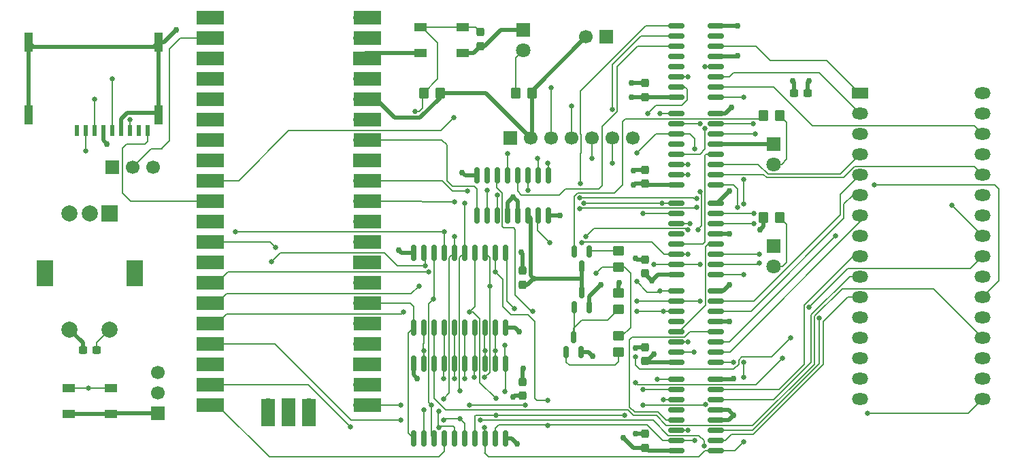
<source format=gbr>
%TF.GenerationSoftware,KiCad,Pcbnew,9.0.4*%
%TF.CreationDate,2025-09-26T12:58:40-07:00*%
%TF.ProjectId,SD-PGMR,53442d50-474d-4522-9e6b-696361645f70,v1.0*%
%TF.SameCoordinates,Original*%
%TF.FileFunction,Copper,L1,Top*%
%TF.FilePolarity,Positive*%
%FSLAX46Y46*%
G04 Gerber Fmt 4.6, Leading zero omitted, Abs format (unit mm)*
G04 Created by KiCad (PCBNEW 9.0.4) date 2025-09-26 12:58:40*
%MOMM*%
%LPD*%
G01*
G04 APERTURE LIST*
G04 Aperture macros list*
%AMRoundRect*
0 Rectangle with rounded corners*
0 $1 Rounding radius*
0 $2 $3 $4 $5 $6 $7 $8 $9 X,Y pos of 4 corners*
0 Add a 4 corners polygon primitive as box body*
4,1,4,$2,$3,$4,$5,$6,$7,$8,$9,$2,$3,0*
0 Add four circle primitives for the rounded corners*
1,1,$1+$1,$2,$3*
1,1,$1+$1,$4,$5*
1,1,$1+$1,$6,$7*
1,1,$1+$1,$8,$9*
0 Add four rect primitives between the rounded corners*
20,1,$1+$1,$2,$3,$4,$5,0*
20,1,$1+$1,$4,$5,$6,$7,0*
20,1,$1+$1,$6,$7,$8,$9,0*
20,1,$1+$1,$8,$9,$2,$3,0*%
G04 Aperture macros list end*
%TA.AperFunction,SMDPad,CuDef*%
%ADD10RoundRect,0.237500X-0.300000X-0.237500X0.300000X-0.237500X0.300000X0.237500X-0.300000X0.237500X0*%
%TD*%
%TA.AperFunction,ComponentPad*%
%ADD11R,1.700000X1.700000*%
%TD*%
%TA.AperFunction,ComponentPad*%
%ADD12C,1.700000*%
%TD*%
%TA.AperFunction,SMDPad,CuDef*%
%ADD13R,1.600000X1.000000*%
%TD*%
%TA.AperFunction,ComponentPad*%
%ADD14R,2.000000X1.440000*%
%TD*%
%TA.AperFunction,ComponentPad*%
%ADD15O,2.000000X1.440000*%
%TD*%
%TA.AperFunction,SMDPad,CuDef*%
%ADD16RoundRect,0.150000X0.825000X0.150000X-0.825000X0.150000X-0.825000X-0.150000X0.825000X-0.150000X0*%
%TD*%
%TA.AperFunction,SMDPad,CuDef*%
%ADD17RoundRect,0.150000X0.150000X-0.825000X0.150000X0.825000X-0.150000X0.825000X-0.150000X-0.825000X0*%
%TD*%
%TA.AperFunction,ComponentPad*%
%ADD18O,1.700000X1.700000*%
%TD*%
%TA.AperFunction,SMDPad,CuDef*%
%ADD19R,3.500000X1.700000*%
%TD*%
%TA.AperFunction,SMDPad,CuDef*%
%ADD20R,1.700000X3.500000*%
%TD*%
%TA.AperFunction,SMDPad,CuDef*%
%ADD21RoundRect,0.150000X-0.150000X0.875000X-0.150000X-0.875000X0.150000X-0.875000X0.150000X0.875000X0*%
%TD*%
%TA.AperFunction,SMDPad,CuDef*%
%ADD22R,0.620000X1.400000*%
%TD*%
%TA.AperFunction,SMDPad,CuDef*%
%ADD23R,1.100000X2.400000*%
%TD*%
%TA.AperFunction,ComponentPad*%
%ADD24R,2.000000X2.000000*%
%TD*%
%TA.AperFunction,ComponentPad*%
%ADD25C,2.000000*%
%TD*%
%TA.AperFunction,ComponentPad*%
%ADD26R,2.000000X3.200000*%
%TD*%
%TA.AperFunction,SMDPad,CuDef*%
%ADD27RoundRect,0.250000X-0.350000X-0.450000X0.350000X-0.450000X0.350000X0.450000X-0.350000X0.450000X0*%
%TD*%
%TA.AperFunction,SMDPad,CuDef*%
%ADD28RoundRect,0.250000X0.350000X0.450000X-0.350000X0.450000X-0.350000X-0.450000X0.350000X-0.450000X0*%
%TD*%
%TA.AperFunction,SMDPad,CuDef*%
%ADD29RoundRect,0.250000X0.450000X-0.350000X0.450000X0.350000X-0.450000X0.350000X-0.450000X-0.350000X0*%
%TD*%
%TA.AperFunction,SMDPad,CuDef*%
%ADD30RoundRect,0.250000X-0.450000X0.350000X-0.450000X-0.350000X0.450000X-0.350000X0.450000X0.350000X0*%
%TD*%
%TA.AperFunction,SMDPad,CuDef*%
%ADD31RoundRect,0.150000X0.150000X-0.587500X0.150000X0.587500X-0.150000X0.587500X-0.150000X-0.587500X0*%
%TD*%
%TA.AperFunction,SMDPad,CuDef*%
%ADD32RoundRect,0.150000X-0.150000X0.587500X-0.150000X-0.587500X0.150000X-0.587500X0.150000X0.587500X0*%
%TD*%
%TA.AperFunction,ComponentPad*%
%ADD33R,1.800000X1.800000*%
%TD*%
%TA.AperFunction,ComponentPad*%
%ADD34C,1.800000*%
%TD*%
%TA.AperFunction,SMDPad,CuDef*%
%ADD35RoundRect,0.237500X-0.237500X0.300000X-0.237500X-0.300000X0.237500X-0.300000X0.237500X0.300000X0*%
%TD*%
%TA.AperFunction,SMDPad,CuDef*%
%ADD36RoundRect,0.237500X0.300000X0.237500X-0.300000X0.237500X-0.300000X-0.237500X0.300000X-0.237500X0*%
%TD*%
%TA.AperFunction,ViaPad*%
%ADD37C,0.762000*%
%TD*%
%TA.AperFunction,ViaPad*%
%ADD38C,0.635000*%
%TD*%
%TA.AperFunction,Conductor*%
%ADD39C,0.508000*%
%TD*%
%TA.AperFunction,Conductor*%
%ADD40C,0.203200*%
%TD*%
G04 APERTURE END LIST*
D10*
%TO.P,C10,1*%
%TO.N,GND*%
X173381500Y-88900000D03*
%TO.P,C10,2*%
%TO.N,+5VP*%
X175106500Y-88900000D03*
%TD*%
D11*
%TO.P,J4,1,Pin_1*%
%TO.N,GND*%
X94234000Y-128778000D03*
D12*
%TO.P,J4,2,Pin_2*%
%TO.N,/PD3*%
X94234000Y-126238000D03*
%TO.P,J4,3,Pin_3*%
%TO.N,/PD2*%
X94234000Y-123698000D03*
%TD*%
D13*
%TO.P,SW2,1,1*%
%TO.N,Net-(U3-GPIO22)*%
X83100000Y-125650000D03*
X88350000Y-125650000D03*
%TO.P,SW2,2,2*%
%TO.N,GND*%
X83100000Y-128850000D03*
X88350000Y-128850000D03*
%TD*%
%TO.P,SW1,1,1*%
%TO.N,/RESET-*%
X126915000Y-80696000D03*
X132165000Y-80696000D03*
%TO.P,SW1,2,2*%
%TO.N,GND*%
X126915000Y-83896000D03*
X132165000Y-83896000D03*
%TD*%
D14*
%TO.P,U10,1,A18*%
%TO.N,/BA18*%
X181610000Y-88900000D03*
D15*
%TO.P,U10,2,A16*%
%TO.N,/BA16*%
X181610000Y-91440000D03*
%TO.P,U10,3,A15*%
%TO.N,/BA15*%
X181610000Y-93980000D03*
%TO.P,U10,4,A12*%
%TO.N,/BA12*%
X181610000Y-96520000D03*
%TO.P,U10,5,A7*%
%TO.N,/BA7*%
X181610000Y-99060000D03*
%TO.P,U10,6,A6*%
%TO.N,/BA6*%
X181610000Y-101600000D03*
%TO.P,U10,7,A5*%
%TO.N,/BA5*%
X181610000Y-104140000D03*
%TO.P,U10,8,A4*%
%TO.N,/BA4*%
X181610000Y-106680000D03*
%TO.P,U10,9,A3*%
%TO.N,/BA3*%
X181610000Y-109220000D03*
%TO.P,U10,10,A2*%
%TO.N,/BA2*%
X181610000Y-111760000D03*
%TO.P,U10,11,A1*%
%TO.N,/BA1*%
X181610000Y-114300000D03*
%TO.P,U10,12,A0*%
%TO.N,/BA0*%
X181610000Y-116840000D03*
%TO.P,U10,13,D0*%
%TO.N,/BD0*%
X181610000Y-119380000D03*
%TO.P,U10,14,D1*%
%TO.N,/BD1*%
X181610000Y-121920000D03*
%TO.P,U10,15,D2*%
%TO.N,/BD2*%
X181610000Y-124460000D03*
%TO.P,U10,16,GND*%
%TO.N,GND*%
X181610000Y-127000000D03*
%TO.P,U10,17,D3*%
%TO.N,/BD3*%
X196850000Y-127000000D03*
%TO.P,U10,18,D4*%
%TO.N,/BD4*%
X196850000Y-124460000D03*
%TO.P,U10,19,D5*%
%TO.N,/BD5*%
X196850000Y-121920000D03*
%TO.P,U10,20,D6*%
%TO.N,/BD6*%
X196850000Y-119380000D03*
%TO.P,U10,21,D7*%
%TO.N,/BD7*%
X196850000Y-116840000D03*
%TO.P,U10,22,CE*%
%TO.N,/F_SEL-*%
X196850000Y-114300000D03*
%TO.P,U10,23,A10*%
%TO.N,/BA10*%
X196850000Y-111760000D03*
%TO.P,U10,24,OE*%
%TO.N,/PRD-*%
X196850000Y-109220000D03*
%TO.P,U10,25,A11*%
%TO.N,/BA11*%
X196850000Y-106680000D03*
%TO.P,U10,26,A9*%
%TO.N,/BA9*%
X196850000Y-104140000D03*
%TO.P,U10,27,A8*%
%TO.N,/BA8*%
X196850000Y-101600000D03*
%TO.P,U10,28,A13*%
%TO.N,/BA13*%
X196850000Y-99060000D03*
%TO.P,U10,29,A14*%
%TO.N,/BA14*%
X196850000Y-96520000D03*
%TO.P,U10,30,A17*%
%TO.N,/BA17*%
X196850000Y-93980000D03*
%TO.P,U10,31,PGM*%
%TO.N,/FWR-*%
X196850000Y-91440000D03*
%TO.P,U10,32,VCC*%
%TO.N,+5VP*%
X196850000Y-88900000D03*
%TD*%
D16*
%TO.P,U9,1,P1*%
%TO.N,/PD1*%
X163672500Y-89408000D03*
%TO.P,U9,2,Q1*%
%TO.N,/BA17*%
X163672500Y-88138000D03*
%TO.P,U9,3,Q0*%
%TO.N,/BA16*%
X163672500Y-86868000D03*
%TO.P,U9,4,~{CEN}*%
%TO.N,Net-(U8-~{RC})*%
X163672500Y-85598000D03*
%TO.P,U9,5,D/~{U}*%
%TO.N,GND*%
X163672500Y-84328000D03*
%TO.P,U9,6,Q2*%
%TO.N,/BA18*%
X163672500Y-83058000D03*
%TO.P,U9,7,Q3*%
%TO.N,unconnected-(U9-Q3-Pad7)*%
X163672500Y-81788000D03*
%TO.P,U9,8,GND*%
%TO.N,GND*%
X163672500Y-80518000D03*
%TO.P,U9,9,P3*%
%TO.N,/PD3*%
X158722500Y-80518000D03*
%TO.P,U9,10,P2*%
%TO.N,/PD2*%
X158722500Y-81788000D03*
%TO.P,U9,11,~{LD}*%
%TO.N,/ADH_LD-*%
X158722500Y-83058000D03*
%TO.P,U9,12,TC*%
%TO.N,unconnected-(U9-TC-Pad12)*%
X158722500Y-84328000D03*
%TO.P,U9,13,~{RC}*%
%TO.N,unconnected-(U9-~{RC}-Pad13)*%
X158722500Y-85598000D03*
%TO.P,U9,14,CLK*%
%TO.N,/ACLK*%
X158722500Y-86868000D03*
%TO.P,U9,15,P0*%
%TO.N,/PD0*%
X158722500Y-88138000D03*
%TO.P,U9,16,VCC*%
%TO.N,+5V*%
X158722500Y-89408000D03*
%TD*%
%TO.P,U8,1,P1*%
%TO.N,/PD5*%
X163672500Y-100330000D03*
%TO.P,U8,2,Q1*%
%TO.N,/BA13*%
X163672500Y-99060000D03*
%TO.P,U8,3,Q0*%
%TO.N,/BA12*%
X163672500Y-97790000D03*
%TO.P,U8,4,~{CEN}*%
%TO.N,Net-(U7-~{RC})*%
X163672500Y-96520000D03*
%TO.P,U8,5,D/~{U}*%
%TO.N,GND*%
X163672500Y-95250000D03*
%TO.P,U8,6,Q2*%
%TO.N,/BA14*%
X163672500Y-93980000D03*
%TO.P,U8,7,Q3*%
%TO.N,/BA15*%
X163672500Y-92710000D03*
%TO.P,U8,8,GND*%
%TO.N,GND*%
X163672500Y-91440000D03*
%TO.P,U8,9,P3*%
%TO.N,/PD7*%
X158722500Y-91440000D03*
%TO.P,U8,10,P2*%
%TO.N,/PD6*%
X158722500Y-92710000D03*
%TO.P,U8,11,~{LD}*%
%TO.N,/ADM_LD-*%
X158722500Y-93980000D03*
%TO.P,U8,12,TC*%
%TO.N,unconnected-(U8-TC-Pad12)*%
X158722500Y-95250000D03*
%TO.P,U8,13,~{RC}*%
%TO.N,Net-(U8-~{RC})*%
X158722500Y-96520000D03*
%TO.P,U8,14,CLK*%
%TO.N,/ACLK*%
X158722500Y-97790000D03*
%TO.P,U8,15,P0*%
%TO.N,/PD4*%
X158722500Y-99060000D03*
%TO.P,U8,16,VCC*%
%TO.N,+5V*%
X158722500Y-100330000D03*
%TD*%
%TO.P,U7,1,P1*%
%TO.N,/PD1*%
X163672500Y-111506000D03*
%TO.P,U7,2,Q1*%
%TO.N,/BA9*%
X163672500Y-110236000D03*
%TO.P,U7,3,Q0*%
%TO.N,/BA8*%
X163672500Y-108966000D03*
%TO.P,U7,4,~{CEN}*%
%TO.N,Net-(U6-~{RC})*%
X163672500Y-107696000D03*
%TO.P,U7,5,D/~{U}*%
%TO.N,GND*%
X163672500Y-106426000D03*
%TO.P,U7,6,Q2*%
%TO.N,/BA10*%
X163672500Y-105156000D03*
%TO.P,U7,7,Q3*%
%TO.N,/BA11*%
X163672500Y-103886000D03*
%TO.P,U7,8,GND*%
%TO.N,GND*%
X163672500Y-102616000D03*
%TO.P,U7,9,P3*%
%TO.N,/PD3*%
X158722500Y-102616000D03*
%TO.P,U7,10,P2*%
%TO.N,/PD2*%
X158722500Y-103886000D03*
%TO.P,U7,11,~{LD}*%
%TO.N,/ADM_LD-*%
X158722500Y-105156000D03*
%TO.P,U7,12,TC*%
%TO.N,unconnected-(U7-TC-Pad12)*%
X158722500Y-106426000D03*
%TO.P,U7,13,~{RC}*%
%TO.N,Net-(U7-~{RC})*%
X158722500Y-107696000D03*
%TO.P,U7,14,CLK*%
%TO.N,/ACLK*%
X158722500Y-108966000D03*
%TO.P,U7,15,P0*%
%TO.N,/PD0*%
X158722500Y-110236000D03*
%TO.P,U7,16,VCC*%
%TO.N,+5V*%
X158722500Y-111506000D03*
%TD*%
%TO.P,U6,1,P1*%
%TO.N,/PD5*%
X163672500Y-122428000D03*
%TO.P,U6,2,Q1*%
%TO.N,/BA5*%
X163672500Y-121158000D03*
%TO.P,U6,3,Q0*%
%TO.N,/BA4*%
X163672500Y-119888000D03*
%TO.P,U6,4,~{CEN}*%
%TO.N,Net-(U5-~{RC})*%
X163672500Y-118618000D03*
%TO.P,U6,5,D/~{U}*%
%TO.N,GND*%
X163672500Y-117348000D03*
%TO.P,U6,6,Q2*%
%TO.N,/BA6*%
X163672500Y-116078000D03*
%TO.P,U6,7,Q3*%
%TO.N,/BA7*%
X163672500Y-114808000D03*
%TO.P,U6,8,GND*%
%TO.N,GND*%
X163672500Y-113538000D03*
%TO.P,U6,9,P3*%
%TO.N,/PD7*%
X158722500Y-113538000D03*
%TO.P,U6,10,P2*%
%TO.N,/PD6*%
X158722500Y-114808000D03*
%TO.P,U6,11,~{LD}*%
%TO.N,/ADL_LD-*%
X158722500Y-116078000D03*
%TO.P,U6,12,TC*%
%TO.N,unconnected-(U6-TC-Pad12)*%
X158722500Y-117348000D03*
%TO.P,U6,13,~{RC}*%
%TO.N,Net-(U6-~{RC})*%
X158722500Y-118618000D03*
%TO.P,U6,14,CLK*%
%TO.N,/ACLK*%
X158722500Y-119888000D03*
%TO.P,U6,15,P0*%
%TO.N,/PD4*%
X158722500Y-121158000D03*
%TO.P,U6,16,VCC*%
%TO.N,+5V*%
X158722500Y-122428000D03*
%TD*%
%TO.P,U5,1,P1*%
%TO.N,/PD1*%
X163672500Y-133477000D03*
%TO.P,U5,2,Q1*%
%TO.N,/BA1*%
X163672500Y-132207000D03*
%TO.P,U5,3,Q0*%
%TO.N,/BA0*%
X163672500Y-130937000D03*
%TO.P,U5,4,~{CEN}*%
%TO.N,GND*%
X163672500Y-129667000D03*
%TO.P,U5,5,D/~{U}*%
X163672500Y-128397000D03*
%TO.P,U5,6,Q2*%
%TO.N,/BA2*%
X163672500Y-127127000D03*
%TO.P,U5,7,Q3*%
%TO.N,/BA3*%
X163672500Y-125857000D03*
%TO.P,U5,8,GND*%
%TO.N,GND*%
X163672500Y-124587000D03*
%TO.P,U5,9,P3*%
%TO.N,/PD3*%
X158722500Y-124587000D03*
%TO.P,U5,10,P2*%
%TO.N,/PD2*%
X158722500Y-125857000D03*
%TO.P,U5,11,~{LD}*%
%TO.N,/ADL_LD-*%
X158722500Y-127127000D03*
%TO.P,U5,12,TC*%
%TO.N,unconnected-(U5-TC-Pad12)*%
X158722500Y-128397000D03*
%TO.P,U5,13,~{RC}*%
%TO.N,Net-(U5-~{RC})*%
X158722500Y-129667000D03*
%TO.P,U5,14,CLK*%
%TO.N,/ACLK*%
X158722500Y-130937000D03*
%TO.P,U5,15,P0*%
%TO.N,/PD0*%
X158722500Y-132207000D03*
%TO.P,U5,16,VCC*%
%TO.N,+5V*%
X158722500Y-133477000D03*
%TD*%
D17*
%TO.P,U4,1,A0*%
%TO.N,/A2*%
X133892500Y-104140000D03*
%TO.P,U4,2,A1*%
%TO.N,/A1*%
X135162500Y-104140000D03*
%TO.P,U4,3,A2*%
%TO.N,/A0*%
X136432500Y-104140000D03*
%TO.P,U4,4,E1*%
%TO.N,GND*%
X137702500Y-104140000D03*
%TO.P,U4,5,E2*%
X138972500Y-104140000D03*
%TO.P,U4,6,E3*%
%TO.N,+5V*%
X140242500Y-104140000D03*
%TO.P,U4,7,O7*%
%TO.N,/ACLK*%
X141512500Y-104140000D03*
%TO.P,U4,8,GND*%
%TO.N,GND*%
X142782500Y-104140000D03*
%TO.P,U4,9,O6*%
%TO.N,/DISP_CD*%
X142782500Y-99190000D03*
%TO.P,U4,10,O5*%
%TO.N,/DISPRST-*%
X141512500Y-99190000D03*
%TO.P,U4,11,O4*%
%TO.N,/F_SEL-*%
X140242500Y-99190000D03*
%TO.P,U4,12,O3*%
%TO.N,/ADH_LD-*%
X138972500Y-99190000D03*
%TO.P,U4,13,O2*%
%TO.N,/ADM_LD-*%
X137702500Y-99190000D03*
%TO.P,U4,14,O1*%
%TO.N,/ADL_LD-*%
X136432500Y-99190000D03*
%TO.P,U4,15,O0*%
%TO.N,unconnected-(U4-O0-Pad15)*%
X135162500Y-99190000D03*
%TO.P,U4,16,VCC*%
%TO.N,+5V*%
X133892500Y-99190000D03*
%TD*%
D18*
%TO.P,U3,1,GPIO0*%
%TO.N,/RE_A*%
X101600000Y-79502000D03*
D19*
X100700000Y-79502000D03*
D18*
%TO.P,U3,2,GPIO1*%
%TO.N,/RE_B*%
X101600000Y-82042000D03*
D19*
X100700000Y-82042000D03*
D11*
%TO.P,U3,3,GND*%
%TO.N,GND*%
X101600000Y-84582000D03*
D19*
X100700000Y-84582000D03*
D18*
%TO.P,U3,4,GPIO2*%
%TO.N,/SPICK*%
X101600000Y-87122000D03*
D19*
X100700000Y-87122000D03*
D18*
%TO.P,U3,5,GPIO3*%
%TO.N,/SPIMO*%
X101600000Y-89662000D03*
D19*
X100700000Y-89662000D03*
D18*
%TO.P,U3,6,GPIO4*%
%TO.N,/SPIMI*%
X101600000Y-92202000D03*
D19*
X100700000Y-92202000D03*
D18*
%TO.P,U3,7,GPIO5*%
%TO.N,/CARD_CS-*%
X101600000Y-94742000D03*
D19*
X100700000Y-94742000D03*
D11*
%TO.P,U3,8,GND*%
%TO.N,GND*%
X101600000Y-97282000D03*
D19*
X100700000Y-97282000D03*
D18*
%TO.P,U3,9,GPIO6*%
%TO.N,/DISP_CS-*%
X101600000Y-99822000D03*
D19*
X100700000Y-99822000D03*
D18*
%TO.P,U3,10,GPIO7*%
%TO.N,/SD_DET-*%
X101600000Y-102362000D03*
D19*
X100700000Y-102362000D03*
D18*
%TO.P,U3,11,GPIO8*%
%TO.N,/RE_SW-*%
X101600000Y-104902000D03*
D19*
X100700000Y-104902000D03*
D18*
%TO.P,U3,12,GPIO9*%
%TO.N,/FPWR_ON*%
X101600000Y-107442000D03*
D19*
X100700000Y-107442000D03*
D11*
%TO.P,U3,13,GND*%
%TO.N,GND*%
X101600000Y-109982000D03*
D19*
X100700000Y-109982000D03*
D18*
%TO.P,U3,14,GPIO10*%
%TO.N,/PD0*%
X101600000Y-112522000D03*
D19*
X100700000Y-112522000D03*
D18*
%TO.P,U3,15,GPIO11*%
%TO.N,/PD1*%
X101600000Y-115062000D03*
D19*
X100700000Y-115062000D03*
D18*
%TO.P,U3,16,GPIO12*%
%TO.N,/PD2*%
X101600000Y-117602000D03*
D19*
X100700000Y-117602000D03*
D18*
%TO.P,U3,17,GPIO13*%
%TO.N,/PD3*%
X101600000Y-120142000D03*
D19*
X100700000Y-120142000D03*
D11*
%TO.P,U3,18,GND*%
%TO.N,GND*%
X101600000Y-122682000D03*
D19*
X100700000Y-122682000D03*
D18*
%TO.P,U3,19,GPIO14*%
%TO.N,/PD4*%
X101600000Y-125222000D03*
D19*
X100700000Y-125222000D03*
D18*
%TO.P,U3,20,GPIO15*%
%TO.N,/PD5*%
X101600000Y-127762000D03*
D19*
X100700000Y-127762000D03*
D18*
%TO.P,U3,21,GPIO16*%
%TO.N,/PD6*%
X119380000Y-127762000D03*
D19*
X120280000Y-127762000D03*
D18*
%TO.P,U3,22,GPIO17*%
%TO.N,/PD7*%
X119380000Y-125222000D03*
D19*
X120280000Y-125222000D03*
D11*
%TO.P,U3,23,GND*%
%TO.N,GND*%
X119380000Y-122682000D03*
D19*
X120280000Y-122682000D03*
D18*
%TO.P,U3,24,GPIO18*%
%TO.N,/PRD-*%
X119380000Y-120142000D03*
D19*
X120280000Y-120142000D03*
D18*
%TO.P,U3,25,GPIO19*%
%TO.N,/PWR-*%
X119380000Y-117602000D03*
D19*
X120280000Y-117602000D03*
D18*
%TO.P,U3,26,GPIO20*%
%TO.N,/DATA_LCH*%
X119380000Y-115062000D03*
D19*
X120280000Y-115062000D03*
D18*
%TO.P,U3,27,GPIO21*%
%TO.N,/FWR-*%
X119380000Y-112522000D03*
D19*
X120280000Y-112522000D03*
D11*
%TO.P,U3,28,GND*%
%TO.N,GND*%
X119380000Y-109982000D03*
D19*
X120280000Y-109982000D03*
D18*
%TO.P,U3,29,GPIO22*%
%TO.N,Net-(U3-GPIO22)*%
X119380000Y-107442000D03*
D19*
X120280000Y-107442000D03*
D18*
%TO.P,U3,30,RUN*%
%TO.N,/RESET-*%
X119380000Y-104902000D03*
D19*
X120280000Y-104902000D03*
D18*
%TO.P,U3,31,GPIO26_ADC0*%
%TO.N,/A0*%
X119380000Y-102362000D03*
D19*
X120280000Y-102362000D03*
D18*
%TO.P,U3,32,GPIO27_ADC1*%
%TO.N,/A1*%
X119380000Y-99822000D03*
D19*
X120280000Y-99822000D03*
D11*
%TO.P,U3,33,AGND*%
%TO.N,GND*%
X119380000Y-97282000D03*
D19*
X120280000Y-97282000D03*
D18*
%TO.P,U3,34,GPIO28_ADC2*%
%TO.N,/A2*%
X119380000Y-94742000D03*
D19*
X120280000Y-94742000D03*
D18*
%TO.P,U3,35,ADC_VREF*%
%TO.N,unconnected-(U3-ADC_VREF-Pad35)_1*%
X119380000Y-92202000D03*
D19*
%TO.N,unconnected-(U3-ADC_VREF-Pad35)*%
X120280000Y-92202000D03*
D18*
%TO.P,U3,36,3V3*%
%TO.N,+3.3V*%
X119380000Y-89662000D03*
D19*
X120280000Y-89662000D03*
D18*
%TO.P,U3,37,3V3_EN*%
%TO.N,unconnected-(U3-3V3_EN-Pad37)_1*%
X119380000Y-87122000D03*
D19*
%TO.N,unconnected-(U3-3V3_EN-Pad37)*%
X120280000Y-87122000D03*
D11*
%TO.P,U3,38,GND*%
%TO.N,GND*%
X119380000Y-84582000D03*
D19*
X120280000Y-84582000D03*
D18*
%TO.P,U3,39,VSYS*%
%TO.N,+5V*%
X119380000Y-82042000D03*
D19*
X120280000Y-82042000D03*
D18*
%TO.P,U3,40,VBUS*%
X119380000Y-79502000D03*
D19*
X120280000Y-79502000D03*
D18*
%TO.P,U3,D1,SWCLK*%
%TO.N,unconnected-(U3-SWCLK-PadD1)_1*%
X107954000Y-127802000D03*
D20*
%TO.N,unconnected-(U3-SWCLK-PadD1)*%
X107954000Y-128702000D03*
D11*
%TO.P,U3,D2,GND*%
%TO.N,unconnected-(U3-GND-PadD2)_1*%
X110494000Y-127802000D03*
D20*
%TO.N,unconnected-(U3-GND-PadD2)*%
X110494000Y-128702000D03*
D18*
%TO.P,U3,D3,SWDIO*%
%TO.N,unconnected-(U3-SWDIO-PadD3)*%
X113034000Y-127802000D03*
D20*
%TO.N,unconnected-(U3-SWDIO-PadD3)_1*%
X113034000Y-128702000D03*
%TD*%
D21*
%TO.P,U2,1,OE*%
%TO.N,/PRD-*%
X137448500Y-122604000D03*
%TO.P,U2,2,D0*%
%TO.N,/BD0*%
X136178500Y-122604000D03*
%TO.P,U2,3,D1*%
%TO.N,/BD1*%
X134908500Y-122604000D03*
%TO.P,U2,4,D2*%
%TO.N,/BD2*%
X133638500Y-122604000D03*
%TO.P,U2,5,D3*%
%TO.N,/BD3*%
X132368500Y-122604000D03*
%TO.P,U2,6,D4*%
%TO.N,/BD4*%
X131098500Y-122604000D03*
%TO.P,U2,7,D5*%
%TO.N,/BD5*%
X129828500Y-122604000D03*
%TO.P,U2,8,D6*%
%TO.N,/BD6*%
X128558500Y-122604000D03*
%TO.P,U2,9,D7*%
%TO.N,/BD7*%
X127288500Y-122604000D03*
%TO.P,U2,10,GND*%
%TO.N,GND*%
X126018500Y-122604000D03*
%TO.P,U2,11,Cp*%
%TO.N,/DATA_LCH*%
X126018500Y-131904000D03*
%TO.P,U2,12,Q7*%
%TO.N,/PD7*%
X127288500Y-131904000D03*
%TO.P,U2,13,Q6*%
%TO.N,/PD6*%
X128558500Y-131904000D03*
%TO.P,U2,14,Q5*%
%TO.N,/PD5*%
X129828500Y-131904000D03*
%TO.P,U2,15,Q4*%
%TO.N,/PD4*%
X131098500Y-131904000D03*
%TO.P,U2,16,Q3*%
%TO.N,/PD3*%
X132368500Y-131904000D03*
%TO.P,U2,17,Q2*%
%TO.N,/PD2*%
X133638500Y-131904000D03*
%TO.P,U2,18,Q1*%
%TO.N,/PD1*%
X134908500Y-131904000D03*
%TO.P,U2,19,Q0*%
%TO.N,/PD0*%
X136178500Y-131904000D03*
%TO.P,U2,20,VCC*%
%TO.N,+3.3V*%
X137448500Y-131904000D03*
%TD*%
%TO.P,U1,1,OE*%
%TO.N,/PWR-*%
X137448500Y-108810000D03*
%TO.P,U1,2,D0*%
%TO.N,/PD0*%
X136178500Y-108810000D03*
%TO.P,U1,3,D1*%
%TO.N,/PD1*%
X134908500Y-108810000D03*
%TO.P,U1,4,D2*%
%TO.N,/PD2*%
X133638500Y-108810000D03*
%TO.P,U1,5,D3*%
%TO.N,/PD3*%
X132368500Y-108810000D03*
%TO.P,U1,6,D4*%
%TO.N,/PD4*%
X131098500Y-108810000D03*
%TO.P,U1,7,D5*%
%TO.N,/PD5*%
X129828500Y-108810000D03*
%TO.P,U1,8,D6*%
%TO.N,/PD6*%
X128558500Y-108810000D03*
%TO.P,U1,9,D7*%
%TO.N,/PD7*%
X127288500Y-108810000D03*
%TO.P,U1,10,GND*%
%TO.N,GND*%
X126018500Y-108810000D03*
%TO.P,U1,11,Cp*%
%TO.N,/DATA_LCH*%
X126018500Y-118110000D03*
%TO.P,U1,12,Q7*%
%TO.N,/BD7*%
X127288500Y-118110000D03*
%TO.P,U1,13,Q6*%
%TO.N,/BD6*%
X128558500Y-118110000D03*
%TO.P,U1,14,Q5*%
%TO.N,/BD5*%
X129828500Y-118110000D03*
%TO.P,U1,15,Q4*%
%TO.N,/BD4*%
X131098500Y-118110000D03*
%TO.P,U1,16,Q3*%
%TO.N,/BD3*%
X132368500Y-118110000D03*
%TO.P,U1,17,Q2*%
%TO.N,/BD2*%
X133638500Y-118110000D03*
%TO.P,U1,18,Q1*%
%TO.N,/BD1*%
X134908500Y-118110000D03*
%TO.P,U1,19,Q0*%
%TO.N,/BD0*%
X136178500Y-118110000D03*
%TO.P,U1,20,VCC*%
%TO.N,+5V*%
X137448500Y-118110000D03*
%TD*%
D22*
%TO.P,SD1,1,DAT2*%
%TO.N,unconnected-(SD1-DAT2-Pad1)*%
X84121000Y-93600000D03*
%TO.P,SD1,2,DAT3/CD*%
%TO.N,/CARD_CS-*%
X85221000Y-93600000D03*
%TO.P,SD1,3,CMD*%
%TO.N,/SPIMO*%
X86321000Y-93600000D03*
%TO.P,SD1,4,VDD*%
%TO.N,+3.3V*%
X87421000Y-93600000D03*
%TO.P,SD1,5,CLK*%
%TO.N,/SPICK*%
X88521000Y-93600000D03*
%TO.P,SD1,6,VSS*%
%TO.N,GND*%
X89621000Y-93600000D03*
%TO.P,SD1,7,DAT0*%
%TO.N,/SPIMI*%
X90721000Y-93600000D03*
%TO.P,SD1,8,DAT1*%
%TO.N,unconnected-(SD1-DAT1-Pad8)*%
X91821000Y-93600000D03*
%TO.P,SD1,9,DET*%
%TO.N,/SD_DET-*%
X92921000Y-93600000D03*
D23*
%TO.P,SD1,10,SHIELD*%
%TO.N,GND*%
X94301000Y-91600000D03*
X94301000Y-82600000D03*
X78151000Y-91600000D03*
X78151000Y-82600000D03*
%TD*%
D24*
%TO.P,RE1,A,A*%
%TO.N,/RE_A*%
X88225000Y-103875000D03*
D25*
%TO.P,RE1,B,B*%
%TO.N,/RE_B*%
X83225000Y-103875000D03*
%TO.P,RE1,C,C*%
%TO.N,GND*%
X85725000Y-103875000D03*
D26*
%TO.P,RE1,MP*%
%TO.N,N/C*%
X91325000Y-111375000D03*
X80125000Y-111375000D03*
D25*
%TO.P,RE1,S1,S1*%
%TO.N,GND*%
X83225000Y-118375000D03*
%TO.P,RE1,S2,S2*%
%TO.N,/RE_SW-*%
X88225000Y-118375000D03*
%TD*%
D27*
%TO.P,R7,1*%
%TO.N,+5VP*%
X169577000Y-104394000D03*
%TO.P,R7,2*%
%TO.N,Net-(LED3-A)*%
X171577000Y-104394000D03*
%TD*%
D28*
%TO.P,R6,1*%
%TO.N,+3.3V*%
X140734500Y-88900000D03*
%TO.P,R6,2*%
%TO.N,Net-(LED2-A)*%
X138734500Y-88900000D03*
%TD*%
%TO.P,R5,1*%
%TO.N,+3.3V*%
X129304500Y-88900000D03*
%TO.P,R5,2*%
%TO.N,/RESET-*%
X127304500Y-88900000D03*
%TD*%
D29*
%TO.P,R4,1*%
%TO.N,Net-(Q2-C)*%
X151545500Y-115824000D03*
%TO.P,R4,2*%
%TO.N,+5V*%
X151545500Y-113824000D03*
%TD*%
D30*
%TO.P,R3,1*%
%TO.N,/FPWR_ON*%
X151545500Y-119158000D03*
%TO.P,R3,2*%
%TO.N,Net-(Q2-B)*%
X151545500Y-121158000D03*
%TD*%
D27*
%TO.P,R2,1*%
%TO.N,Net-(Q1-E)*%
X169577000Y-91694000D03*
%TO.P,R2,2*%
%TO.N,Net-(LED1-A)*%
X171577000Y-91694000D03*
%TD*%
D29*
%TO.P,R1,1*%
%TO.N,/FPWR_ON*%
X151545500Y-110592000D03*
%TO.P,R1,2*%
%TO.N,Net-(Q1-B)*%
X151545500Y-108592000D03*
%TD*%
D31*
%TO.P,Q3,1,G*%
%TO.N,Net-(Q2-C)*%
X146023500Y-115609500D03*
%TO.P,Q3,2,S*%
%TO.N,+5VP*%
X147923500Y-115609500D03*
%TO.P,Q3,3,D*%
%TO.N,+5V*%
X146973500Y-113734500D03*
%TD*%
%TO.P,Q2,1,B*%
%TO.N,Net-(Q2-B)*%
X145007500Y-121197500D03*
%TO.P,Q2,2,E*%
%TO.N,GND*%
X146907500Y-121197500D03*
%TO.P,Q2,3,C*%
%TO.N,Net-(Q2-C)*%
X145957500Y-119322500D03*
%TD*%
D32*
%TO.P,Q1,1,B*%
%TO.N,Net-(Q1-B)*%
X147923500Y-108654500D03*
%TO.P,Q1,2,E*%
%TO.N,Net-(Q1-E)*%
X146023500Y-108654500D03*
%TO.P,Q1,3,C*%
%TO.N,+5V*%
X146973500Y-110529500D03*
%TD*%
D33*
%TO.P,LED3,1,K*%
%TO.N,GND*%
X170815000Y-107950000D03*
D34*
%TO.P,LED3,2,A*%
%TO.N,Net-(LED3-A)*%
X170815000Y-110490000D03*
%TD*%
D33*
%TO.P,LED2,1,K*%
%TO.N,GND*%
X139700000Y-81026000D03*
D34*
%TO.P,LED2,2,A*%
%TO.N,Net-(LED2-A)*%
X139700000Y-83566000D03*
%TD*%
D33*
%TO.P,LED1,1,K*%
%TO.N,GND*%
X170815000Y-95250000D03*
D34*
%TO.P,LED1,2,A*%
%TO.N,Net-(LED1-A)*%
X170815000Y-97790000D03*
%TD*%
D11*
%TO.P,J3,1,Pin_1*%
%TO.N,GND*%
X149992000Y-81915000D03*
D12*
%TO.P,J3,2,Pin_2*%
%TO.N,+3.3V*%
X147452000Y-81915000D03*
%TD*%
D11*
%TO.P,J2,1,Pin_1*%
%TO.N,GND*%
X88519000Y-98171000D03*
D12*
%TO.P,J2,2,Pin_2*%
%TO.N,/RE_B*%
X91059000Y-98171000D03*
%TO.P,J2,3,Pin_3*%
%TO.N,/RE_A*%
X93599000Y-98171000D03*
%TD*%
D11*
%TO.P,J1,1,Pin_1*%
%TO.N,GND*%
X138083500Y-94488000D03*
D12*
%TO.P,J1,2,Pin_2*%
%TO.N,+3.3V*%
X140623500Y-94488000D03*
%TO.P,J1,3,Pin_3*%
%TO.N,/SPICK*%
X143163500Y-94488000D03*
%TO.P,J1,4,Pin_4*%
%TO.N,/SPIMO*%
X145703500Y-94488000D03*
%TO.P,J1,5,Pin_5*%
%TO.N,/DISPRST-*%
X148243500Y-94488000D03*
%TO.P,J1,6,Pin_6*%
%TO.N,/DISP_CD*%
X150783500Y-94488000D03*
%TO.P,J1,7,Pin_7*%
%TO.N,/DISP_CS-*%
X153323500Y-94488000D03*
%TD*%
D35*
%TO.P,C9,1*%
%TO.N,GND*%
X154847500Y-87683000D03*
%TO.P,C9,2*%
%TO.N,+5V*%
X154847500Y-89408000D03*
%TD*%
%TO.P,C8,1*%
%TO.N,GND*%
X154847500Y-98451500D03*
%TO.P,C8,2*%
%TO.N,+5V*%
X154847500Y-100176500D03*
%TD*%
%TO.P,C7,1*%
%TO.N,GND*%
X154847500Y-109627500D03*
%TO.P,C7,2*%
%TO.N,+5V*%
X154847500Y-111352500D03*
%TD*%
%TO.P,C6,1*%
%TO.N,GND*%
X154847500Y-120549500D03*
%TO.P,C6,2*%
%TO.N,+5V*%
X154847500Y-122274500D03*
%TD*%
%TO.P,C5,1*%
%TO.N,GND*%
X154847500Y-131371000D03*
%TO.P,C5,2*%
%TO.N,+5V*%
X154847500Y-133096000D03*
%TD*%
%TO.P,C4,1*%
%TO.N,/RESET-*%
X134366000Y-81333000D03*
%TO.P,C4,2*%
%TO.N,GND*%
X134366000Y-83058000D03*
%TD*%
%TO.P,C3,1*%
%TO.N,GND*%
X139607500Y-124867500D03*
%TO.P,C3,2*%
%TO.N,+3.3V*%
X139607500Y-126592500D03*
%TD*%
%TO.P,C2,1*%
%TO.N,GND*%
X139607500Y-111051000D03*
%TO.P,C2,2*%
%TO.N,+5V*%
X139607500Y-112776000D03*
%TD*%
D36*
%TO.P,C1,1*%
%TO.N,/RE_SW-*%
X86587500Y-120900000D03*
%TO.P,C1,2*%
%TO.N,GND*%
X84862500Y-120900000D03*
%TD*%
D37*
%TO.N,GND*%
X165354000Y-106426000D03*
%TO.N,+3.3V*%
X138938000Y-132588000D03*
%TO.N,+5V*%
X153416000Y-100330000D03*
%TO.N,+3.3V*%
X138430000Y-126746000D03*
X87884000Y-95250000D03*
%TO.N,GND*%
X153162000Y-87630000D03*
%TO.N,+5V*%
X153162000Y-89408000D03*
X152146000Y-131826000D03*
X155955000Y-121412000D03*
X155702000Y-112268000D03*
X151638000Y-112522000D03*
X139192000Y-118618000D03*
X132080000Y-98806000D03*
D38*
%TO.N,/FPWR_ON*%
X148717000Y-111379000D03*
D37*
%TO.N,+5V*%
X140970000Y-112014000D03*
%TO.N,+5VP*%
X175260000Y-87376000D03*
%TO.N,GND*%
X173228000Y-87376000D03*
%TO.N,+5VP*%
X169164000Y-105918000D03*
X149352000Y-112776000D03*
%TO.N,GND*%
X126492000Y-124460000D03*
X139700000Y-123190000D03*
X148336000Y-121691400D03*
X153670000Y-120650000D03*
X153670000Y-131371000D03*
X165862000Y-129032000D03*
X165862000Y-124460000D03*
X165354000Y-112776000D03*
X165354000Y-117348000D03*
X165354000Y-101092000D03*
X165608000Y-90678000D03*
X166370000Y-84238100D03*
X166370000Y-80518000D03*
X153416000Y-98552000D03*
X153670000Y-109474000D03*
X144272000Y-104140000D03*
X138430000Y-101854000D03*
X139446000Y-108712000D03*
X124206000Y-108458000D03*
X96520000Y-81026000D03*
D38*
%TO.N,/PD5*%
X103835200Y-106172000D03*
%TO.N,/PD4*%
X129184400Y-128574800D03*
X129743200Y-127000000D03*
%TO.N,/PD7*%
X108356400Y-109880400D03*
X127457200Y-110439200D03*
X153771600Y-112369600D03*
%TO.N,/PD2*%
X136245600Y-129032000D03*
X136245600Y-126949200D03*
%TO.N,/PD3*%
X131759552Y-129489200D03*
X131775200Y-125984000D03*
%TO.N,/PWR-*%
X138582400Y-115722400D03*
%TO.N,/PD0*%
X142697200Y-130289300D03*
X142697200Y-127203200D03*
%TO.N,/PD3*%
X132384800Y-102616000D03*
%TO.N,/PD0*%
X136194800Y-111201200D03*
X127863600Y-111201200D03*
%TO.N,/PD1*%
X135514300Y-112928400D03*
X126703433Y-112936633D03*
%TO.N,/PD2*%
X132994400Y-116179600D03*
X124764800Y-116179600D03*
%TO.N,/PD3*%
X124409200Y-129641600D03*
X129743200Y-129641600D03*
%TO.N,/PRD-*%
X137414000Y-120294400D03*
%TO.N,/PD7*%
X127304800Y-128384300D03*
%TO.N,/PD4*%
X129193500Y-130561539D03*
X118173500Y-130492500D03*
%TO.N,/PD6*%
X124460000Y-127762000D03*
X128270000Y-127762000D03*
%TO.N,/FPWR_ON*%
X108813600Y-108102400D03*
%TO.N,/BD2*%
X134366000Y-129667000D03*
%TO.N,/SPIMO*%
X145669000Y-90551000D03*
%TO.N,/SPICK*%
X143129000Y-88265000D03*
%TO.N,/A0*%
X131114800Y-102489000D03*
X136436100Y-101650800D03*
%TO.N,/A1*%
X135178800Y-100990400D03*
X132740400Y-101104700D03*
%TO.N,/RESET-*%
X126238000Y-91173300D03*
%TO.N,/ADL_LD-*%
X140868400Y-116078000D03*
X153797000Y-116078000D03*
%TO.N,/PD6*%
X128524000Y-114554000D03*
X153797000Y-114808000D03*
%TO.N,/PD4*%
X131098500Y-106807000D03*
X147462621Y-106819700D03*
X160197706Y-105969176D03*
%TO.N,/DISP_CS-*%
X131064000Y-91948000D03*
%TO.N,/DISPRST-*%
X148209000Y-97028000D03*
X141478000Y-97028000D03*
%TO.N,/DISP_CD*%
X150749000Y-97663000D03*
X142748000Y-97663000D03*
%TO.N,/PD2*%
X152273000Y-129032000D03*
%TO.N,/PD1*%
X134874000Y-130556000D03*
X134874000Y-124333000D03*
%TO.N,/ADM_LD-*%
X137731500Y-96456500D03*
X153797000Y-96393000D03*
%TO.N,/ADL_LD-*%
X157088585Y-127139700D03*
X157099000Y-116078000D03*
%TO.N,/PD0*%
X161718600Y-110236000D03*
X161036000Y-132207000D03*
%TO.N,/PD3*%
X156337000Y-124587000D03*
X156959300Y-102616000D03*
%TO.N,/PD4*%
X160909000Y-121158000D03*
X160147000Y-99060000D03*
%TO.N,/ADM_LD-*%
X160401000Y-105156000D03*
X161036000Y-95885000D03*
%TO.N,/PD6*%
X161718600Y-114808000D03*
X161417000Y-105918000D03*
X161683700Y-101219000D03*
X161671000Y-92718900D03*
%TO.N,/PD7*%
X156718000Y-113538000D03*
X156718000Y-91440000D03*
%TO.N,/PD5*%
X129828500Y-106172000D03*
X146685000Y-103313793D03*
X161276300Y-103124000D03*
%TO.N,/PD0*%
X155956000Y-110236000D03*
X155194000Y-91440000D03*
%TO.N,/PD1*%
X167132000Y-122428000D03*
X167132000Y-124333000D03*
X167132000Y-132334000D03*
%TO.N,/PD5*%
X165862000Y-122428000D03*
X166370000Y-103124000D03*
%TO.N,/PD1*%
X167132000Y-111506000D03*
X167132000Y-99682300D03*
X167132000Y-102743000D03*
X167132000Y-89408000D03*
%TO.N,/PD2*%
X154559000Y-125857000D03*
X154559000Y-103881126D03*
X150749000Y-90932000D03*
%TO.N,/PD3*%
X147208621Y-102635526D03*
X146812000Y-100215700D03*
%TO.N,/BD0*%
X136178500Y-121031000D03*
X153670000Y-121793000D03*
X172974000Y-119380000D03*
%TO.N,/BD1*%
X171958000Y-121920000D03*
X134892000Y-121031000D03*
X153670000Y-124968000D03*
%TO.N,/BD2*%
X133604000Y-124333000D03*
X162179000Y-132834300D03*
%TO.N,/F_SEL-*%
X140242500Y-100990400D03*
X146685000Y-101981000D03*
X183388000Y-100330000D03*
X161276300Y-102010144D03*
%TO.N,/BD7*%
X127288500Y-121031000D03*
X133004152Y-127762000D03*
X154559000Y-127762000D03*
X139954000Y-127762000D03*
X162341994Y-127721644D03*
%TO.N,/BD5*%
X129794000Y-124460000D03*
%TO.N,/BD4*%
X131098500Y-124460000D03*
%TO.N,/PRD-*%
X137414000Y-126111000D03*
X175271700Y-115563464D03*
%TO.N,/ACLK*%
X143002000Y-107569000D03*
X146939000Y-107569000D03*
X160147000Y-130937000D03*
X160147000Y-119888000D03*
X160147000Y-108966000D03*
X160147000Y-97790000D03*
X160147000Y-86868000D03*
%TO.N,Net-(U8-~{RC})*%
X162306000Y-85598000D03*
X162306000Y-93345000D03*
%TO.N,/BA11*%
X193040000Y-102870000D03*
%TO.N,/BA15*%
X168275000Y-92718900D03*
%TO.N,/BA14*%
X168529000Y-93980000D03*
%TO.N,/BA11*%
X168407079Y-103876917D03*
%TO.N,/BA10*%
X168402000Y-105156000D03*
%TO.N,/BA8*%
X169037000Y-108966000D03*
%TO.N,/BA9*%
X169037000Y-110109000D03*
%TO.N,/BA4*%
X178562000Y-106680000D03*
%TO.N,/BA0*%
X176530000Y-116967000D03*
%TO.N,/BD3*%
X132358400Y-124460000D03*
X182499000Y-128778000D03*
%TO.N,Net-(U3-GPIO22)*%
X85598000Y-125650000D03*
%TO.N,/CARD_CS-*%
X85217000Y-96139000D03*
%TO.N,/SPIMI*%
X90721000Y-92202000D03*
%TO.N,/SPIMO*%
X86360000Y-89662000D03*
%TO.N,/SPICK*%
X88519000Y-87122000D03*
%TD*%
D39*
%TO.N,GND*%
X163672500Y-106426000D02*
X165354000Y-106426000D01*
%TO.N,+3.3V*%
X138254000Y-131904000D02*
X138938000Y-132588000D01*
X137448500Y-131904000D02*
X138254000Y-131904000D01*
%TO.N,+5V*%
X153569500Y-100176500D02*
X153416000Y-100330000D01*
X154847500Y-100176500D02*
X153569500Y-100176500D01*
X158722500Y-100330000D02*
X155001000Y-100330000D01*
%TO.N,+3.3V*%
X138583500Y-126592500D02*
X138430000Y-126746000D01*
X139607500Y-126592500D02*
X138583500Y-126592500D01*
X123695800Y-91999800D02*
X121358000Y-89662000D01*
X126795719Y-91999800D02*
X123695800Y-91999800D01*
X129304500Y-88900000D02*
X129304500Y-89491019D01*
X129304500Y-89491019D02*
X126795719Y-91999800D01*
D40*
%TO.N,/DISP_CS-*%
X104267000Y-99822000D02*
X101600000Y-99822000D01*
X110502800Y-93586200D02*
X104267000Y-99822000D01*
X129425800Y-93586200D02*
X110502800Y-93586200D01*
X131064000Y-91948000D02*
X129425800Y-93586200D01*
%TO.N,/RESET-*%
X127177500Y-90754500D02*
X127177500Y-89027000D01*
X126238000Y-91173300D02*
X126758700Y-91173300D01*
X126758700Y-91173300D02*
X127177500Y-90754500D01*
D39*
%TO.N,+3.3V*%
X140734500Y-88900000D02*
X140734500Y-94377000D01*
X129304500Y-88900000D02*
X135035500Y-88900000D01*
X135035500Y-88900000D02*
X140623500Y-94488000D01*
%TO.N,GND*%
X88900000Y-128778000D02*
X94234000Y-128778000D01*
X83100000Y-128850000D02*
X88350000Y-128850000D01*
X84862500Y-120012500D02*
X83225000Y-118375000D01*
X84862500Y-120900000D02*
X84862500Y-120012500D01*
%TO.N,+3.3V*%
X87421000Y-94787000D02*
X87884000Y-95250000D01*
X87421000Y-93600000D02*
X87421000Y-94787000D01*
X140734500Y-88632500D02*
X147452000Y-81915000D01*
%TO.N,GND*%
X153215000Y-87683000D02*
X153162000Y-87630000D01*
X154847500Y-87683000D02*
X153215000Y-87683000D01*
%TO.N,+5V*%
X154847500Y-89408000D02*
X153162000Y-89408000D01*
X158722500Y-89408000D02*
X154847500Y-89408000D01*
D40*
%TO.N,/PD0*%
X159766000Y-88138000D02*
X158722500Y-88138000D01*
X160054100Y-88426100D02*
X159766000Y-88138000D01*
X160054100Y-89771998D02*
X160054100Y-88426100D01*
X156210000Y-90424000D02*
X159402098Y-90424000D01*
X159402098Y-90424000D02*
X160054100Y-89771998D01*
X155194000Y-91440000D02*
X156210000Y-90424000D01*
D39*
%TO.N,+5V*%
X153416000Y-133096000D02*
X152146000Y-131826000D01*
X154847500Y-133096000D02*
X153416000Y-133096000D01*
%TO.N,GND*%
X153670000Y-131371000D02*
X154847500Y-131371000D01*
%TO.N,+5V*%
X155228500Y-133477000D02*
X154847500Y-133096000D01*
X158722500Y-133477000D02*
X155228500Y-133477000D01*
X155092500Y-122274500D02*
X155955000Y-121412000D01*
X154847500Y-122274500D02*
X155092500Y-122274500D01*
X158722500Y-122428000D02*
X155001000Y-122428000D01*
X156464000Y-111506000D02*
X155702000Y-112268000D01*
X158722500Y-111506000D02*
X156464000Y-111506000D01*
X154847500Y-111413500D02*
X155702000Y-112268000D01*
X151545500Y-112614500D02*
X151638000Y-112522000D01*
X151545500Y-113824000D02*
X151545500Y-112614500D01*
X138684000Y-118110000D02*
X139192000Y-118618000D01*
X137448500Y-118110000D02*
X138684000Y-118110000D01*
X132464000Y-99190000D02*
X132080000Y-98806000D01*
X133892500Y-99190000D02*
X132464000Y-99190000D01*
X140591500Y-111635500D02*
X140970000Y-112014000D01*
X140242500Y-104140000D02*
X140591500Y-104489000D01*
X140591500Y-104489000D02*
X140591500Y-111635500D01*
D40*
%TO.N,/ADL_LD-*%
X140716000Y-116078000D02*
X140868400Y-116078000D01*
X138684000Y-114046000D02*
X140716000Y-116078000D01*
X138684000Y-105918000D02*
X138684000Y-114046000D01*
X137038300Y-105542300D02*
X137210800Y-105714800D01*
X137038300Y-101930080D02*
X137038300Y-105542300D01*
X137058400Y-101909980D02*
X137038300Y-101930080D01*
X137058400Y-101371400D02*
X137058400Y-101909980D01*
X137210800Y-105714800D02*
X138480800Y-105714800D01*
X136398000Y-100711000D02*
X137058400Y-101371400D01*
X136398000Y-99224500D02*
X136398000Y-100711000D01*
X138480800Y-105714800D02*
X138684000Y-105918000D01*
D39*
%TO.N,+5V*%
X140970000Y-112014000D02*
X140208000Y-112776000D01*
X140208000Y-112776000D02*
X139607500Y-112776000D01*
X140970000Y-112014000D02*
X146973500Y-112014000D01*
X146973500Y-112014000D02*
X146973500Y-113734500D01*
D40*
%TO.N,/PWR-*%
X137668000Y-114808000D02*
X138582400Y-115722400D01*
X137668000Y-109029500D02*
X137668000Y-114808000D01*
X137448500Y-108810000D02*
X137668000Y-109029500D01*
D39*
%TO.N,+5V*%
X146973500Y-110529500D02*
X146973500Y-112014000D01*
D40*
%TO.N,/FPWR_ON*%
X148717000Y-111379000D02*
X149504000Y-110592000D01*
X149504000Y-110592000D02*
X151545500Y-110592000D01*
%TO.N,/ACLK*%
X141478000Y-106045000D02*
X141478000Y-104174500D01*
X143002000Y-107569000D02*
X141478000Y-106045000D01*
D39*
%TO.N,+5VP*%
X175106500Y-87529500D02*
X175260000Y-87376000D01*
X175106500Y-88900000D02*
X175106500Y-87529500D01*
%TO.N,GND*%
X173381500Y-87529500D02*
X173228000Y-87376000D01*
X173381500Y-88900000D02*
X173381500Y-87529500D01*
D40*
%TO.N,/BA16*%
X165862000Y-86360000D02*
X176530000Y-86360000D01*
X165354000Y-86868000D02*
X165862000Y-86360000D01*
X176530000Y-86360000D02*
X181610000Y-91440000D01*
X163672500Y-86868000D02*
X165354000Y-86868000D01*
D39*
%TO.N,+5VP*%
X169577000Y-105505000D02*
X169577000Y-104394000D01*
X169164000Y-105918000D02*
X169577000Y-105505000D01*
X147923500Y-114204500D02*
X149352000Y-112776000D01*
X147923500Y-115609500D02*
X147923500Y-114204500D01*
%TO.N,GND*%
X120066000Y-83896000D02*
X119380000Y-84582000D01*
X126915000Y-83896000D02*
X120066000Y-83896000D01*
X136906000Y-81026000D02*
X139700000Y-81026000D01*
X134874000Y-83058000D02*
X136906000Y-81026000D01*
X134366000Y-83058000D02*
X134874000Y-83058000D01*
X133528000Y-83896000D02*
X134366000Y-83058000D01*
X132165000Y-83896000D02*
X133528000Y-83896000D01*
X126018500Y-123986500D02*
X126492000Y-124460000D01*
X126018500Y-122604000D02*
X126018500Y-123986500D01*
X139607500Y-123282500D02*
X139700000Y-123190000D01*
X139607500Y-124867500D02*
X139607500Y-123282500D01*
X147842100Y-121197500D02*
X148336000Y-121691400D01*
X146907500Y-121197500D02*
X147842100Y-121197500D01*
X153770500Y-120549500D02*
X153670000Y-120650000D01*
X154847500Y-120549500D02*
X153770500Y-120549500D01*
D40*
%TO.N,Net-(U5-~{RC})*%
X157480000Y-129667000D02*
X158722500Y-129667000D01*
X152908000Y-119634000D02*
X152908000Y-128016000D01*
X153543000Y-128651000D02*
X156464000Y-128651000D01*
X156464000Y-128651000D02*
X157480000Y-129667000D01*
X153259800Y-119282200D02*
X152908000Y-119634000D01*
X159740456Y-119282200D02*
X153259800Y-119282200D01*
X160404656Y-118618000D02*
X159740456Y-119282200D01*
X152908000Y-128016000D02*
X153543000Y-128651000D01*
X163672500Y-118618000D02*
X160404656Y-118618000D01*
D39*
%TO.N,GND*%
X165227000Y-129667000D02*
X165862000Y-129032000D01*
X163672500Y-129667000D02*
X165227000Y-129667000D01*
X165227000Y-128397000D02*
X165862000Y-129032000D01*
X163672500Y-128397000D02*
X165227000Y-128397000D01*
X165735000Y-124587000D02*
X165862000Y-124460000D01*
X163672500Y-124587000D02*
X165735000Y-124587000D01*
X164592000Y-113538000D02*
X165354000Y-112776000D01*
X163672500Y-113538000D02*
X164592000Y-113538000D01*
X163672500Y-117348000D02*
X165354000Y-117348000D01*
X163830000Y-102616000D02*
X165354000Y-101092000D01*
D40*
%TO.N,/PD5*%
X165862000Y-100330000D02*
X163672500Y-100330000D01*
X166370000Y-100838000D02*
X165862000Y-100330000D01*
X166370000Y-103124000D02*
X166370000Y-100838000D01*
D39*
%TO.N,GND*%
X164846000Y-91440000D02*
X165608000Y-90678000D01*
X163672500Y-91440000D02*
X164846000Y-91440000D01*
X166280100Y-84328000D02*
X166370000Y-84238100D01*
X163672500Y-84328000D02*
X166280100Y-84328000D01*
D40*
%TO.N,/BA18*%
X168656000Y-83058000D02*
X163672500Y-83058000D01*
X170434000Y-84836000D02*
X168656000Y-83058000D01*
X181483000Y-88900000D02*
X177419000Y-84836000D01*
X177419000Y-84836000D02*
X170434000Y-84836000D01*
D39*
%TO.N,GND*%
X163672500Y-80518000D02*
X166370000Y-80518000D01*
X163672500Y-95250000D02*
X170815000Y-95250000D01*
X153516500Y-98451500D02*
X153416000Y-98552000D01*
X154847500Y-98451500D02*
X153516500Y-98451500D01*
X153823500Y-109627500D02*
X153670000Y-109474000D01*
X154847500Y-109627500D02*
X153823500Y-109627500D01*
X142782500Y-104140000D02*
X144272000Y-104140000D01*
X137702500Y-102581500D02*
X138430000Y-101854000D01*
X137702500Y-104140000D02*
X137702500Y-102581500D01*
X138972500Y-102396500D02*
X138430000Y-101854000D01*
X138972500Y-104140000D02*
X138972500Y-102396500D01*
X139607500Y-108873500D02*
X139446000Y-108712000D01*
X139607500Y-111051000D02*
X139607500Y-108873500D01*
X124558000Y-108810000D02*
X124206000Y-108458000D01*
X126018500Y-108810000D02*
X124558000Y-108810000D01*
X94946000Y-82600000D02*
X96520000Y-81026000D01*
X94301000Y-82600000D02*
X94946000Y-82600000D01*
X89621000Y-93600000D02*
X89621000Y-92133152D01*
X89621000Y-92133152D02*
X90378652Y-91375500D01*
X90378652Y-91375500D02*
X94076500Y-91375500D01*
X78151000Y-91600000D02*
X78151000Y-82600000D01*
X94301000Y-91600000D02*
X94301000Y-82600000D01*
X93741000Y-83160000D02*
X78711000Y-83160000D01*
X78711000Y-83160000D02*
X78151000Y-82600000D01*
X94301000Y-82600000D02*
X93741000Y-83160000D01*
D40*
%TO.N,/PD6*%
X127914400Y-115163600D02*
X127914400Y-127406400D01*
X127914400Y-127406400D02*
X128270000Y-127762000D01*
X128524000Y-114554000D02*
X127914400Y-115163600D01*
%TO.N,/PD5*%
X129828500Y-106172000D02*
X103835200Y-106172000D01*
%TO.N,/PD4*%
X129119900Y-130487939D02*
X129193500Y-130561539D01*
X129184400Y-128574800D02*
X129119900Y-128639300D01*
X130475200Y-126268000D02*
X129743200Y-127000000D01*
X130475200Y-109433300D02*
X130475200Y-126268000D01*
X131098500Y-108810000D02*
X130475200Y-109433300D01*
X129119900Y-128639300D02*
X129119900Y-130487939D01*
%TO.N,/PD7*%
X109461400Y-108775400D02*
X108356400Y-109880400D01*
X124050400Y-110439200D02*
X122386600Y-108775400D01*
X122386600Y-108775400D02*
X109461400Y-108775400D01*
X127457200Y-110439200D02*
X124050400Y-110439200D01*
X127457200Y-110439200D02*
X127457200Y-108978700D01*
X156565600Y-113690400D02*
X155092400Y-113690400D01*
X156718000Y-113538000D02*
X156565600Y-113690400D01*
X155092400Y-113690400D02*
X153771600Y-112369600D01*
%TO.N,/PD2*%
X136245600Y-129032000D02*
X152273000Y-129032000D01*
X134244300Y-124947900D02*
X136245600Y-126949200D01*
X134244300Y-117042044D02*
X134244300Y-124947900D01*
X133381856Y-116179600D02*
X134244300Y-117042044D01*
X132994400Y-116179600D02*
X133381856Y-116179600D01*
X133731000Y-129032000D02*
X136245600Y-129032000D01*
X133638500Y-129124500D02*
X133731000Y-129032000D01*
X133638500Y-131904000D02*
X133638500Y-129124500D01*
%TO.N,/PD3*%
X131735100Y-125943900D02*
X131775200Y-125984000D01*
X131735100Y-109443400D02*
X131735100Y-125943900D01*
X132368500Y-108810000D02*
X131735100Y-109443400D01*
%TO.N,/PD0*%
X137109200Y-112115600D02*
X136194800Y-111201200D01*
X140258800Y-116535200D02*
X138176000Y-116535200D01*
X141122400Y-117398800D02*
X140258800Y-116535200D01*
X141376400Y-127203200D02*
X141122400Y-126949200D01*
X138176000Y-116535200D02*
X137109200Y-115468400D01*
X142697200Y-127203200D02*
X141376400Y-127203200D01*
X141122400Y-126949200D02*
X141122400Y-117398800D01*
X137109200Y-115468400D02*
X137109200Y-112115600D01*
%TO.N,/PD3*%
X132368500Y-102632300D02*
X132384800Y-102616000D01*
X132368500Y-108810000D02*
X132368500Y-102632300D01*
%TO.N,/A0*%
X136436100Y-101650800D02*
X136432500Y-101654400D01*
X136432500Y-101654400D02*
X136432500Y-104140000D01*
X131114800Y-102489000D02*
X127127000Y-102489000D01*
X127000000Y-102362000D02*
X119380000Y-102362000D01*
X127127000Y-102489000D02*
X127000000Y-102362000D01*
%TO.N,/ADH_LD-*%
X138972500Y-101142800D02*
X138972500Y-99190000D01*
X139443400Y-101613700D02*
X138972500Y-101142800D01*
X144131300Y-101613700D02*
X139443400Y-101613700D01*
X144907000Y-100838000D02*
X144131300Y-101613700D01*
X149479000Y-93083480D02*
X149479000Y-100457000D01*
X149479000Y-100457000D02*
X149098000Y-100838000D01*
X151372300Y-91190180D02*
X149479000Y-93083480D01*
X149098000Y-100838000D02*
X144907000Y-100838000D01*
X151372300Y-85609700D02*
X151372300Y-91190180D01*
X158722500Y-83058000D02*
X153924000Y-83058000D01*
X153924000Y-83058000D02*
X151372300Y-85609700D01*
%TO.N,/F_SEL-*%
X140242500Y-100990400D02*
X140242500Y-99190000D01*
%TO.N,/A1*%
X135162500Y-101380500D02*
X135162500Y-104140000D01*
X135178800Y-100990400D02*
X135178800Y-101364200D01*
X135178800Y-101364200D02*
X135162500Y-101380500D01*
X129598850Y-99822000D02*
X119380000Y-99822000D01*
X130868850Y-101092000D02*
X129598850Y-99822000D01*
X132727700Y-101092000D02*
X130868850Y-101092000D01*
X132740400Y-101104700D02*
X132727700Y-101092000D01*
%TO.N,/A2*%
X133528502Y-100521600D02*
X133592400Y-100521600D01*
X133489302Y-100482400D02*
X133528502Y-100521600D01*
X130835400Y-100482400D02*
X133489302Y-100482400D01*
X130175000Y-95377000D02*
X130175000Y-99822000D01*
X133892500Y-100821700D02*
X133892500Y-104140000D01*
X129540000Y-94742000D02*
X130175000Y-95377000D01*
X130175000Y-99822000D02*
X130835400Y-100482400D01*
X119380000Y-94742000D02*
X129540000Y-94742000D01*
X133592400Y-100521600D02*
X133892500Y-100821700D01*
%TO.N,/PD6*%
X128558500Y-114519500D02*
X128558500Y-108810000D01*
X128524000Y-114554000D02*
X128558500Y-114519500D01*
%TO.N,/PD1*%
X102755800Y-113906200D02*
X101600000Y-115062000D01*
X125733866Y-113906200D02*
X102755800Y-113906200D01*
X126703433Y-112936633D02*
X125733866Y-113906200D01*
%TO.N,/PD0*%
X136178500Y-110727700D02*
X136178500Y-108810000D01*
X136194800Y-110744000D02*
X136178500Y-110727700D01*
X136194800Y-111201200D02*
X136194800Y-110744000D01*
X102920800Y-111201200D02*
X127863600Y-111201200D01*
X101600000Y-112522000D02*
X102920800Y-111201200D01*
%TO.N,/PD1*%
X135514300Y-123692700D02*
X135514300Y-112928400D01*
%TO.N,/PD2*%
X133638500Y-115535500D02*
X133638500Y-108810000D01*
X132994400Y-116179600D02*
X133638500Y-115535500D01*
X124498200Y-116446200D02*
X124764800Y-116179600D01*
X102755800Y-116446200D02*
X124498200Y-116446200D01*
X101600000Y-117602000D02*
X102755800Y-116446200D01*
%TO.N,/PD3*%
X132368500Y-130031700D02*
X132368500Y-131904000D01*
X131826000Y-129489200D02*
X132368500Y-130031700D01*
X129743200Y-129641600D02*
X129895600Y-129489200D01*
X129895600Y-129489200D02*
X131826000Y-129489200D01*
X118262400Y-129641600D02*
X124409200Y-129641600D01*
X108762800Y-120142000D02*
X118262400Y-129641600D01*
X101600000Y-120142000D02*
X108762800Y-120142000D01*
%TO.N,/PD4*%
X118173500Y-130492500D02*
X112903000Y-125222000D01*
X112903000Y-125222000D02*
X101600000Y-125222000D01*
X130911600Y-130403600D02*
X131098500Y-130590500D01*
X129351439Y-130403600D02*
X130911600Y-130403600D01*
X129193500Y-130561539D02*
X129351439Y-130403600D01*
X131098500Y-130590500D02*
X131098500Y-131904000D01*
%TO.N,/PD7*%
X127288500Y-128939500D02*
X127288500Y-131904000D01*
X127304800Y-128384300D02*
X127304800Y-128923200D01*
X127304800Y-128923200D02*
X127288500Y-128939500D01*
%TO.N,/FPWR_ON*%
X108153200Y-107442000D02*
X101600000Y-107442000D01*
X108813600Y-108102400D02*
X108153200Y-107442000D01*
%TO.N,/PRD-*%
X137414000Y-120294400D02*
X137414000Y-122569500D01*
%TO.N,/BD7*%
X127288500Y-120107500D02*
X127288500Y-118110000D01*
X127254000Y-120142000D02*
X127288500Y-120107500D01*
X127254000Y-120996500D02*
X127254000Y-120142000D01*
X127288500Y-121031000D02*
X127288500Y-122604000D01*
X127288500Y-121031000D02*
X127254000Y-120996500D01*
%TO.N,/BD0*%
X136178500Y-121031000D02*
X136178500Y-118110000D01*
X136178500Y-121031000D02*
X136178500Y-122604000D01*
%TO.N,/BD1*%
X134874000Y-121013000D02*
X134874000Y-118144500D01*
X134892000Y-121031000D02*
X134874000Y-121013000D01*
X134892000Y-121031000D02*
X134908500Y-121047500D01*
X134908500Y-121047500D02*
X134908500Y-122604000D01*
%TO.N,/BD6*%
X128558500Y-126907500D02*
X128558500Y-122604000D01*
X130048000Y-128397000D02*
X128558500Y-126907500D01*
X152712849Y-128397000D02*
X130048000Y-128397000D01*
X153374250Y-129058400D02*
X152712849Y-128397000D01*
X156236400Y-129058400D02*
X153374250Y-129058400D01*
X157480000Y-130302000D02*
X156236400Y-129058400D01*
X161544000Y-130302000D02*
X157480000Y-130302000D01*
X168228980Y-130331200D02*
X161573200Y-130331200D01*
X175906700Y-122653480D02*
X168228980Y-130331200D01*
X161573200Y-130331200D02*
X161544000Y-130302000D01*
X190744200Y-113274200D02*
X179341320Y-113274200D01*
X175906700Y-116708820D02*
X175906700Y-122653480D01*
X196850000Y-119380000D02*
X190744200Y-113274200D01*
X179341320Y-113274200D02*
X175906700Y-116708820D01*
%TO.N,/PD6*%
X128270000Y-131615500D02*
X128558500Y-131904000D01*
X128270000Y-127762000D02*
X128270000Y-131615500D01*
X119380000Y-127762000D02*
X124460000Y-127762000D01*
%TO.N,/PD5*%
X129828500Y-133569500D02*
X129828500Y-131904000D01*
X129159000Y-134239000D02*
X129828500Y-133569500D01*
X108077000Y-134239000D02*
X129159000Y-134239000D01*
X101600000Y-127762000D02*
X108077000Y-134239000D01*
%TO.N,/BD2*%
X155805600Y-129667000D02*
X134366000Y-129667000D01*
X155817300Y-129655300D02*
X155805600Y-129667000D01*
X157722300Y-131560300D02*
X161532300Y-131560300D01*
X155817300Y-129655300D02*
X157722300Y-131560300D01*
X161532300Y-131560300D02*
X162179000Y-132207000D01*
X162179000Y-132207000D02*
X162179000Y-132834300D01*
%TO.N,/PD1*%
X134874000Y-130556000D02*
X134874000Y-131869500D01*
X135514300Y-109415800D02*
X134908500Y-108810000D01*
X135514300Y-112928400D02*
X135514300Y-109415800D01*
X134874000Y-124333000D02*
X135514300Y-123692700D01*
%TO.N,/BD7*%
X133004152Y-127762000D02*
X139954000Y-127762000D01*
%TO.N,/BD3*%
X132358400Y-124460000D02*
X132368500Y-124449900D01*
X132368500Y-124449900D02*
X132368500Y-122604000D01*
%TO.N,/BD4*%
X131098500Y-124460000D02*
X131098500Y-122604000D01*
%TO.N,/DATA_LCH*%
X125603000Y-115062000D02*
X119380000Y-115062000D01*
X126018500Y-118110000D02*
X126018500Y-115477500D01*
X126018500Y-115477500D02*
X125603000Y-115062000D01*
%TO.N,/SPIMO*%
X145703500Y-90585500D02*
X145703500Y-94488000D01*
X145669000Y-90551000D02*
X145703500Y-90585500D01*
%TO.N,/SPICK*%
X143163500Y-88299500D02*
X143163500Y-94488000D01*
X143129000Y-88265000D02*
X143163500Y-88299500D01*
%TO.N,/PD4*%
X160019530Y-105791000D02*
X160197706Y-105969176D01*
X148491321Y-105791000D02*
X160019530Y-105791000D01*
X147462621Y-106819700D02*
X148491321Y-105791000D01*
%TO.N,/ACLK*%
X157226000Y-108966000D02*
X158722500Y-108966000D01*
X147066000Y-107442000D02*
X155702000Y-107442000D01*
X146939000Y-107569000D02*
X147066000Y-107442000D01*
X155702000Y-107442000D02*
X157226000Y-108966000D01*
%TO.N,/PD5*%
X129828500Y-106172000D02*
X129828500Y-108810000D01*
%TO.N,/PD4*%
X131098500Y-106807000D02*
X131098500Y-108810000D01*
%TO.N,/ADL_LD-*%
X157099000Y-116078000D02*
X153797000Y-116078000D01*
%TO.N,/PD6*%
X158722500Y-114808000D02*
X153797000Y-114808000D01*
X161898600Y-105436400D02*
X161898600Y-101560900D01*
X161417000Y-105918000D02*
X161898600Y-105436400D01*
X161898600Y-101560900D02*
X161683700Y-101346000D01*
X161683700Y-101346000D02*
X161683700Y-101219000D01*
%TO.N,/DISPRST-*%
X148209000Y-97028000D02*
X148209000Y-94522500D01*
X141512500Y-97062500D02*
X141478000Y-97028000D01*
X141512500Y-99190000D02*
X141512500Y-97062500D01*
%TO.N,/DISP_CD*%
X150749000Y-97663000D02*
X150749000Y-94522500D01*
X142782500Y-97697500D02*
X142748000Y-97663000D01*
X142782500Y-99190000D02*
X142782500Y-97697500D01*
%TO.N,/ADM_LD-*%
X156210000Y-93980000D02*
X158722500Y-93980000D01*
X153797000Y-96393000D02*
X156210000Y-93980000D01*
X137702500Y-96485500D02*
X137702500Y-99190000D01*
X137731500Y-96456500D02*
X137702500Y-96485500D01*
%TO.N,/PD3*%
X154940000Y-80518000D02*
X158722500Y-80518000D01*
X146812000Y-88646000D02*
X154940000Y-80518000D01*
X146812000Y-93961951D02*
X146812000Y-88646000D01*
X146859300Y-94009251D02*
X146812000Y-93961951D01*
X146812000Y-100215700D02*
X146812000Y-96393000D01*
X146812000Y-96393000D02*
X146859300Y-96345700D01*
X146859300Y-96345700D02*
X146859300Y-94009251D01*
%TO.N,Net-(Q1-E)*%
X152019000Y-100330000D02*
X152019000Y-92456000D01*
X150991300Y-101357700D02*
X152019000Y-100330000D01*
X146419300Y-101357700D02*
X150991300Y-101357700D01*
X152019000Y-92456000D02*
X152378400Y-92096600D01*
X146023500Y-101753500D02*
X146419300Y-101357700D01*
X146023500Y-108654500D02*
X146023500Y-101753500D01*
X152378400Y-92096600D02*
X169174400Y-92096600D01*
%TO.N,/PD3*%
X149514147Y-102616000D02*
X158722500Y-102616000D01*
X149501447Y-102603300D02*
X149514147Y-102616000D01*
X147240847Y-102603300D02*
X149501447Y-102603300D01*
X147208621Y-102635526D02*
X147240847Y-102603300D01*
%TO.N,/PD5*%
X160901174Y-103258826D02*
X161036000Y-103124000D01*
X146739967Y-103258826D02*
X160901174Y-103258826D01*
X161036000Y-103124000D02*
X161276300Y-103124000D01*
X146685000Y-103313793D02*
X146739967Y-103258826D01*
%TO.N,/F_SEL-*%
X160909000Y-101981000D02*
X160938144Y-102010144D01*
X146685000Y-101981000D02*
X160909000Y-101981000D01*
X160938144Y-102010144D02*
X161276300Y-102010144D01*
%TO.N,/PD0*%
X136178500Y-130662200D02*
X136178500Y-131904000D01*
X155049466Y-130188700D02*
X136652000Y-130188700D01*
X157067766Y-132207000D02*
X155049466Y-130188700D01*
X136652000Y-130188700D02*
X136178500Y-130662200D01*
X158722500Y-132207000D02*
X157067766Y-132207000D01*
%TO.N,/PD1*%
X134908500Y-133696500D02*
X134908500Y-131904000D01*
X134874000Y-133731000D02*
X134908500Y-133696500D01*
X135382000Y-134239000D02*
X134874000Y-133731000D01*
X161544000Y-134239000D02*
X135382000Y-134239000D01*
X163672500Y-133477000D02*
X162306000Y-133477000D01*
X162306000Y-133477000D02*
X161544000Y-134239000D01*
%TO.N,/PD3*%
X156337000Y-124587000D02*
X158722500Y-124587000D01*
%TO.N,/BD1*%
X168634400Y-125243600D02*
X171958000Y-121920000D01*
X154817180Y-125233700D02*
X154827080Y-125243600D01*
X154827080Y-125243600D02*
X168634400Y-125243600D01*
X153935700Y-125233700D02*
X154817180Y-125233700D01*
X153670000Y-124968000D02*
X153935700Y-125233700D01*
%TO.N,/ADL_LD-*%
X157088585Y-127139700D02*
X158709800Y-127139700D01*
%TO.N,/BD7*%
X162323238Y-127740400D02*
X162341994Y-127721644D01*
X154559000Y-127762000D02*
X157436800Y-127762000D01*
X157458400Y-127740400D02*
X162323238Y-127740400D01*
X157436800Y-127762000D02*
X157458400Y-127740400D01*
%TO.N,/ADL_LD-*%
X158722500Y-116078000D02*
X157099000Y-116078000D01*
%TO.N,/PD0*%
X161718600Y-110236000D02*
X158722500Y-110236000D01*
X158722500Y-132207000D02*
X161036000Y-132207000D01*
%TO.N,/PD3*%
X158722500Y-102616000D02*
X156959300Y-102616000D01*
%TO.N,Net-(U7-~{RC})*%
X162433000Y-96520000D02*
X163672500Y-96520000D01*
X162306000Y-107442000D02*
X162306000Y-96647000D01*
X162052000Y-107696000D02*
X162306000Y-107442000D01*
X158722500Y-107696000D02*
X162052000Y-107696000D01*
X162306000Y-96647000D02*
X162433000Y-96520000D01*
%TO.N,/PD4*%
X160909000Y-121158000D02*
X158722500Y-121158000D01*
X158722500Y-99060000D02*
X160147000Y-99060000D01*
%TO.N,/ADM_LD-*%
X160401000Y-93980000D02*
X158722500Y-93980000D01*
X161036000Y-94615000D02*
X160401000Y-93980000D01*
X161036000Y-95885000D02*
X161036000Y-94615000D01*
X160401000Y-105156000D02*
X158722500Y-105156000D01*
%TO.N,/PD6*%
X161718600Y-114808000D02*
X158722500Y-114808000D01*
X161662100Y-92710000D02*
X161671000Y-92718900D01*
X158722500Y-92710000D02*
X161662100Y-92710000D01*
%TO.N,/ACLK*%
X160147000Y-130937000D02*
X158722500Y-130937000D01*
X160147000Y-119888000D02*
X158722500Y-119888000D01*
X160147000Y-108966000D02*
X158722500Y-108966000D01*
X160147000Y-86868000D02*
X158722500Y-86868000D01*
X160147000Y-97790000D02*
X158722500Y-97790000D01*
%TO.N,Net-(U8-~{RC})*%
X161671000Y-96520000D02*
X158722500Y-96520000D01*
X162306000Y-95885000D02*
X161671000Y-96520000D01*
X162306000Y-93345000D02*
X162306000Y-95885000D01*
X162306000Y-85598000D02*
X163672500Y-85598000D01*
%TO.N,/PD7*%
X156718000Y-91440000D02*
X158722500Y-91440000D01*
X156718000Y-113538000D02*
X158722500Y-113538000D01*
%TO.N,/PD0*%
X155956000Y-110236000D02*
X158722500Y-110236000D01*
%TO.N,/PD2*%
X154559000Y-125857000D02*
X158722500Y-125857000D01*
%TO.N,/BD0*%
X166508700Y-122686180D02*
X166508700Y-122169820D01*
X165877880Y-123317000D02*
X166508700Y-122686180D01*
X170549300Y-121804700D02*
X172974000Y-119380000D01*
X154178000Y-123317000D02*
X165877880Y-123317000D01*
X166873820Y-121804700D02*
X170549300Y-121804700D01*
X153670000Y-122809000D02*
X154178000Y-123317000D01*
X153670000Y-121793000D02*
X153670000Y-122809000D01*
X166508700Y-122169820D02*
X166873820Y-121804700D01*
%TO.N,/PD2*%
X154563874Y-103886000D02*
X158722500Y-103886000D01*
X154559000Y-103881126D02*
X154563874Y-103886000D01*
%TO.N,/PD1*%
X167132000Y-124333000D02*
X167132000Y-122428000D01*
X165989000Y-133477000D02*
X167132000Y-132334000D01*
X163672500Y-133477000D02*
X165989000Y-133477000D01*
%TO.N,/BA1*%
X164846000Y-132207000D02*
X163672500Y-132207000D01*
X165608000Y-131445000D02*
X164846000Y-132207000D01*
X168267480Y-131445000D02*
X165608000Y-131445000D01*
X177038000Y-117348000D02*
X177038000Y-122674480D01*
X180086000Y-114300000D02*
X177038000Y-117348000D01*
X177038000Y-122674480D02*
X168267480Y-131445000D01*
X181610000Y-114300000D02*
X180086000Y-114300000D01*
%TO.N,/BD3*%
X195072000Y-128778000D02*
X196850000Y-127000000D01*
X182499000Y-128778000D02*
X195072000Y-128778000D01*
%TO.N,/PD5*%
X165862000Y-122428000D02*
X163672500Y-122428000D01*
%TO.N,/PD1*%
X167132000Y-111506000D02*
X163672500Y-111506000D01*
X167132000Y-102743000D02*
X167132000Y-99682300D01*
X163672500Y-89408000D02*
X167132000Y-89408000D01*
%TO.N,/BA10*%
X163672500Y-105156000D02*
X168402000Y-105156000D01*
%TO.N,/BA9*%
X168910000Y-110236000D02*
X169037000Y-110109000D01*
X163672500Y-110236000D02*
X168910000Y-110236000D01*
%TO.N,/BA8*%
X163672500Y-108966000D02*
X169037000Y-108966000D01*
%TO.N,/BA11*%
X168397996Y-103886000D02*
X168407079Y-103876917D01*
X163672500Y-103886000D02*
X168397996Y-103886000D01*
%TO.N,/BA13*%
X195824200Y-98034200D02*
X196850000Y-99060000D01*
X180905100Y-98034200D02*
X195824200Y-98034200D01*
X169947050Y-99403200D02*
X179536100Y-99403200D01*
X169603850Y-99060000D02*
X169947050Y-99403200D01*
X179536100Y-99403200D02*
X180905100Y-98034200D01*
X163672500Y-99060000D02*
X169603850Y-99060000D01*
%TO.N,/PD2*%
X154305000Y-81788000D02*
X158722500Y-81788000D01*
X150749000Y-85344000D02*
X154305000Y-81788000D01*
X150749000Y-90932000D02*
X150749000Y-85344000D01*
%TO.N,/BD5*%
X129828500Y-122604000D02*
X129828500Y-118110000D01*
%TO.N,/BD3*%
X132368500Y-122604000D02*
X132368500Y-118110000D01*
%TO.N,/BD2*%
X133638500Y-122604000D02*
X133638500Y-118110000D01*
%TO.N,/BA5*%
X165401300Y-121158000D02*
X181610000Y-104949300D01*
X163672500Y-121158000D02*
X165401300Y-121158000D01*
X181610000Y-104949300D02*
X181610000Y-104140000D01*
%TO.N,/BA4*%
X165354000Y-119888000D02*
X163672500Y-119888000D01*
X178562000Y-106680000D02*
X165354000Y-119888000D01*
%TO.N,/BA6*%
X179578000Y-102743000D02*
X180721000Y-101600000D01*
X179578000Y-104521000D02*
X179578000Y-102743000D01*
X168021000Y-116078000D02*
X179578000Y-104521000D01*
X163672500Y-116078000D02*
X168021000Y-116078000D01*
%TO.N,/BA3*%
X174648400Y-115305284D02*
X180733684Y-109220000D01*
X174648400Y-122717450D02*
X174648400Y-115305284D01*
X171508850Y-125857000D02*
X174648400Y-122717450D01*
X163672500Y-125857000D02*
X171508850Y-125857000D01*
%TO.N,/BA2*%
X180279370Y-111760000D02*
X181610000Y-111760000D01*
X175499300Y-116540070D02*
X180279370Y-111760000D01*
X175499300Y-122442700D02*
X175499300Y-116540070D01*
X170815000Y-127127000D02*
X175499300Y-122442700D01*
X163672500Y-127127000D02*
X170815000Y-127127000D01*
%TO.N,/BA0*%
X168199330Y-130937000D02*
X163672500Y-130937000D01*
X176530000Y-122606330D02*
X168199330Y-130937000D01*
X176530000Y-116967000D02*
X176530000Y-122606330D01*
%TO.N,/BD2*%
X133604000Y-124333000D02*
X133604000Y-122638500D01*
%TO.N,/F_SEL-*%
X198374000Y-100330000D02*
X183388000Y-100330000D01*
X198882000Y-100838000D02*
X198374000Y-100330000D01*
X198882000Y-112268000D02*
X198882000Y-100838000D01*
X196850000Y-114300000D02*
X198882000Y-112268000D01*
%TO.N,/PRD-*%
X175271700Y-115563464D02*
X180100964Y-110734200D01*
X195335800Y-110734200D02*
X196850000Y-109220000D01*
X180100964Y-110734200D02*
X195335800Y-110734200D01*
%TO.N,/BD6*%
X128558500Y-122604000D02*
X128558500Y-118110000D01*
%TO.N,/BD5*%
X129794000Y-124460000D02*
X129794000Y-122638500D01*
%TO.N,/BD4*%
X131098500Y-122604000D02*
X131098500Y-118110000D01*
%TO.N,/PRD-*%
X137448500Y-126076500D02*
X137448500Y-122604000D01*
X137414000Y-126111000D02*
X137448500Y-126076500D01*
%TO.N,Net-(U6-~{RC})*%
X162697501Y-107696000D02*
X163672500Y-107696000D01*
X162340900Y-115353356D02*
X162340900Y-108052601D01*
X162340900Y-108052601D02*
X162697501Y-107696000D01*
X159076256Y-118618000D02*
X162340900Y-115353356D01*
%TO.N,/BA11*%
X193040000Y-102870000D02*
X196850000Y-106680000D01*
%TO.N,/BA17*%
X170815000Y-88138000D02*
X175631200Y-92954200D01*
X195824200Y-92954200D02*
X196850000Y-93980000D01*
X163672500Y-88138000D02*
X170815000Y-88138000D01*
X175631200Y-92954200D02*
X195824200Y-92954200D01*
%TO.N,/BA15*%
X168266100Y-92710000D02*
X168275000Y-92718900D01*
X163672500Y-92710000D02*
X168266100Y-92710000D01*
%TO.N,/BA14*%
X163672500Y-93980000D02*
X168529000Y-93980000D01*
%TO.N,/BA12*%
X179134200Y-98995800D02*
X181610000Y-96520000D01*
X170115800Y-98995800D02*
X179134200Y-98995800D01*
X168910000Y-97790000D02*
X170115800Y-98995800D01*
X163672500Y-97790000D02*
X168910000Y-97790000D01*
%TO.N,/BA7*%
X179170600Y-101499400D02*
X181610000Y-99060000D01*
X168402000Y-114808000D02*
X179170600Y-104039400D01*
X163672500Y-114808000D02*
X168402000Y-114808000D01*
X179170600Y-104039400D02*
X179170600Y-101499400D01*
%TO.N,/DATA_LCH*%
X125361900Y-118766600D02*
X126018500Y-118110000D01*
X125361900Y-131247400D02*
X125361900Y-118766600D01*
X126018500Y-131904000D02*
X125361900Y-131247400D01*
%TO.N,Net-(LED1-A)*%
X172466000Y-92583000D02*
X171577000Y-91694000D01*
X171831000Y-97790000D02*
X172466000Y-97155000D01*
X172466000Y-97155000D02*
X172466000Y-92583000D01*
X170815000Y-97790000D02*
X171831000Y-97790000D01*
%TO.N,Net-(LED3-A)*%
X172466000Y-105283000D02*
X171577000Y-104394000D01*
X171958000Y-110490000D02*
X172466000Y-109982000D01*
X170815000Y-110490000D02*
X171958000Y-110490000D01*
X172466000Y-109982000D02*
X172466000Y-105283000D01*
%TO.N,Net-(Q2-B)*%
X145007500Y-122401500D02*
X145007500Y-121197500D01*
X151545500Y-122393500D02*
X151130000Y-122809000D01*
X151130000Y-122809000D02*
X145415000Y-122809000D01*
X145415000Y-122809000D02*
X145007500Y-122401500D01*
X151545500Y-121158000D02*
X151545500Y-122393500D01*
%TO.N,/FPWR_ON*%
X153035000Y-118110000D02*
X151987000Y-119158000D01*
X153035000Y-111379000D02*
X153035000Y-118110000D01*
X152248000Y-110592000D02*
X153035000Y-111379000D01*
X151545500Y-110592000D02*
X152248000Y-110592000D01*
%TO.N,Net-(Q2-C)*%
X146023500Y-119060000D02*
X146023500Y-115609500D01*
X145957500Y-118202500D02*
X145957500Y-119322500D01*
X146939000Y-117221000D02*
X145957500Y-118202500D01*
X150148500Y-117221000D02*
X146939000Y-117221000D01*
X151545500Y-115824000D02*
X150148500Y-117221000D01*
%TO.N,Net-(Q1-B)*%
X151545500Y-108592000D02*
X147986000Y-108592000D01*
%TO.N,Net-(LED2-A)*%
X138734500Y-84531500D02*
X138734500Y-88900000D01*
X139700000Y-83566000D02*
X138734500Y-84531500D01*
%TO.N,/RESET-*%
X129032000Y-87172500D02*
X127304500Y-88900000D01*
X127051000Y-80696000D02*
X129032000Y-82677000D01*
X129032000Y-82677000D02*
X129032000Y-87172500D01*
X133729000Y-80696000D02*
X134366000Y-81333000D01*
X132165000Y-80696000D02*
X133729000Y-80696000D01*
X126915000Y-80696000D02*
X132165000Y-80696000D01*
%TO.N,Net-(U3-GPIO22)*%
X85598000Y-125650000D02*
X88350000Y-125650000D01*
X83100000Y-125650000D02*
X85598000Y-125650000D01*
%TO.N,/RE_SW-*%
X86587500Y-120012500D02*
X86587500Y-120900000D01*
X88225000Y-118375000D02*
X86587500Y-120012500D01*
%TO.N,/SD_DET-*%
X92921000Y-94912000D02*
X92921000Y-93600000D01*
X92583000Y-95250000D02*
X92921000Y-94912000D01*
X90297000Y-95250000D02*
X92583000Y-95250000D01*
X89789000Y-95758000D02*
X90297000Y-95250000D01*
X89789000Y-101346000D02*
X89789000Y-95758000D01*
X90805000Y-102362000D02*
X89789000Y-101346000D01*
X101600000Y-102362000D02*
X90805000Y-102362000D01*
%TO.N,/RE_B*%
X93345000Y-95885000D02*
X91059000Y-98171000D01*
X95631000Y-94869000D02*
X94742000Y-95758000D01*
X94742000Y-95885000D02*
X93345000Y-95885000D01*
X95631000Y-83439000D02*
X95631000Y-94869000D01*
X94742000Y-95758000D02*
X94742000Y-95885000D01*
X97028000Y-82042000D02*
X95631000Y-83439000D01*
X101600000Y-82042000D02*
X97028000Y-82042000D01*
%TO.N,/SPIMI*%
X90721000Y-92202000D02*
X90721000Y-93600000D01*
%TO.N,/SPIMO*%
X86360000Y-89662000D02*
X86360000Y-93561000D01*
%TO.N,/SPICK*%
X88519000Y-87122000D02*
X88519000Y-93598000D01*
%TO.N,/CARD_CS-*%
X85221000Y-96135000D02*
X85221000Y-93600000D01*
X85217000Y-96139000D02*
X85221000Y-96135000D01*
%TD*%
M02*

</source>
